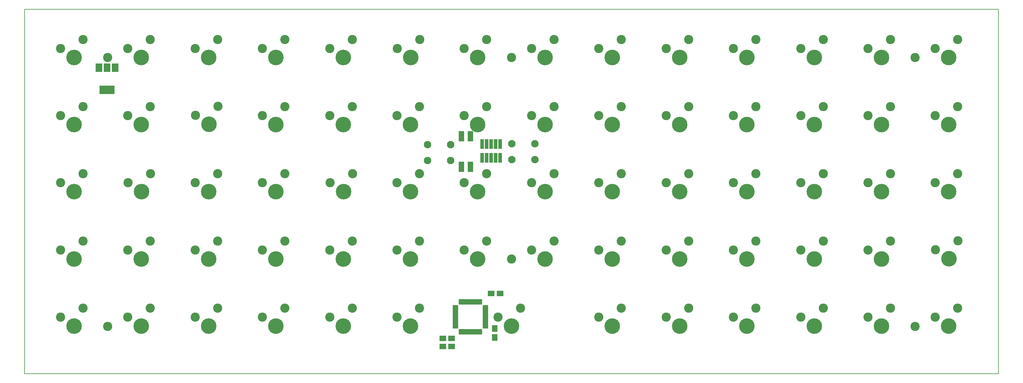
<source format=gbr>
G04 #@! TF.GenerationSoftware,KiCad,Pcbnew,5.0.0-rc2-unknown-f785d27~65~ubuntu16.04.1*
G04 #@! TF.CreationDate,2018-08-02T21:25:33-05:00*
G04 #@! TF.ProjectId,keebee,6B65656265652E6B696361645F706362,rev?*
G04 #@! TF.SameCoordinates,Original*
G04 #@! TF.FileFunction,Soldermask,Bot*
G04 #@! TF.FilePolarity,Negative*
%FSLAX46Y46*%
G04 Gerber Fmt 4.6, Leading zero omitted, Abs format (unit mm)*
G04 Created by KiCad (PCBNEW 5.0.0-rc2-unknown-f785d27~65~ubuntu16.04.1) date Thu Aug  2 21:25:33 2018*
%MOMM*%
%LPD*%
G01*
G04 APERTURE LIST*
%ADD10C,0.150000*%
%ADD11C,2.600000*%
%ADD12C,4.400000*%
%ADD13R,1.900000X2.400000*%
%ADD14R,4.200000X2.400000*%
%ADD15R,1.900000X1.650000*%
%ADD16R,1.650000X1.900000*%
%ADD17R,1.140000X2.800000*%
%ADD18C,2.100000*%
%ADD19R,1.530000X2.840000*%
%ADD20R,1.000000X1.600000*%
%ADD21R,1.600000X1.000000*%
G04 APERTURE END LIST*
D10*
X301500000Y-20500000D02*
X301500000Y-123500000D01*
X26500000Y-123500000D02*
X301500000Y-123500000D01*
X26500000Y-20500000D02*
X301500000Y-20500000D01*
X26500000Y-20500000D02*
X26500000Y-123500000D01*
D11*
G04 #@! TO.C,REF\002A\002A*
X49974500Y-34124900D03*
G04 #@! TD*
G04 #@! TO.C,SW64*
X271040000Y-86000000D03*
X264690000Y-88540000D03*
D12*
X268500000Y-91080000D03*
G04 #@! TD*
D11*
G04 #@! TO.C,SW1*
X43000000Y-29000000D03*
X36650000Y-31540000D03*
D12*
X40460000Y-34080000D03*
G04 #@! TD*
D13*
G04 #@! TO.C,U1*
X47484000Y-36982000D03*
X52084000Y-36982000D03*
X49784000Y-36982000D03*
D14*
X49784000Y-43282000D03*
G04 #@! TD*
D15*
G04 #@! TO.C,C1*
X160742000Y-100838000D03*
X158242000Y-100838000D03*
G04 #@! TD*
G04 #@! TO.C,C2*
X147066000Y-113538000D03*
X144566000Y-113538000D03*
G04 #@! TD*
D16*
G04 #@! TO.C,C3*
X159258000Y-110784000D03*
X159258000Y-113284000D03*
G04 #@! TD*
D15*
G04 #@! TO.C,C4*
X147066000Y-115824000D03*
X144566000Y-115824000D03*
G04 #@! TD*
D17*
G04 #@! TO.C,J2*
X160782000Y-62484000D03*
X160782000Y-58584000D03*
X159512000Y-62484000D03*
X159512000Y-58584000D03*
X158242000Y-62484000D03*
X158242000Y-58584000D03*
X156972000Y-62484000D03*
X156972000Y-58584000D03*
X155702000Y-62484000D03*
X155702000Y-58584000D03*
G04 #@! TD*
D12*
G04 #@! TO.C,SW2*
X40460000Y-53080000D03*
D11*
X36650000Y-50540000D03*
X43000000Y-48000000D03*
G04 #@! TD*
G04 #@! TO.C,SW3*
X43000000Y-67000000D03*
X36650000Y-69540000D03*
D12*
X40460000Y-72080000D03*
G04 #@! TD*
G04 #@! TO.C,SW4*
X40460000Y-91080000D03*
D11*
X36650000Y-88540000D03*
X43000000Y-86000000D03*
G04 #@! TD*
G04 #@! TO.C,SW5*
X43000000Y-105000000D03*
X36650000Y-107540000D03*
D12*
X40460000Y-110080000D03*
G04 #@! TD*
G04 #@! TO.C,SW6*
X59460000Y-34080000D03*
D11*
X55650000Y-31540000D03*
X62000000Y-29000000D03*
G04 #@! TD*
G04 #@! TO.C,SW7*
X62000000Y-48000000D03*
X55650000Y-50540000D03*
D12*
X59460000Y-53080000D03*
G04 #@! TD*
G04 #@! TO.C,SW8*
X59500000Y-72080000D03*
D11*
X55690000Y-69540000D03*
X62040000Y-67000000D03*
G04 #@! TD*
G04 #@! TO.C,SW9*
X62000000Y-86000000D03*
X55650000Y-88540000D03*
D12*
X59460000Y-91080000D03*
G04 #@! TD*
G04 #@! TO.C,SW10*
X59460000Y-110080000D03*
D11*
X55650000Y-107540000D03*
X62000000Y-105000000D03*
G04 #@! TD*
G04 #@! TO.C,SW11*
X81000000Y-29000000D03*
X74650000Y-31540000D03*
D12*
X78460000Y-34080000D03*
G04 #@! TD*
G04 #@! TO.C,SW12*
X78560000Y-53040000D03*
D11*
X74750000Y-50500000D03*
X81100000Y-47960000D03*
G04 #@! TD*
G04 #@! TO.C,SW13*
X81040000Y-67000000D03*
X74690000Y-69540000D03*
D12*
X78500000Y-72080000D03*
G04 #@! TD*
G04 #@! TO.C,SW14*
X78460000Y-91080000D03*
D11*
X74650000Y-88540000D03*
X81000000Y-86000000D03*
G04 #@! TD*
G04 #@! TO.C,SW15*
X81000000Y-105000000D03*
X74650000Y-107540000D03*
D12*
X78460000Y-110080000D03*
G04 #@! TD*
G04 #@! TO.C,SW16*
X97460000Y-34080000D03*
D11*
X93650000Y-31540000D03*
X100000000Y-29000000D03*
G04 #@! TD*
G04 #@! TO.C,SW17*
X100000000Y-48000000D03*
X93650000Y-50540000D03*
D12*
X97460000Y-53080000D03*
G04 #@! TD*
G04 #@! TO.C,SW18*
X97460000Y-72080000D03*
D11*
X93650000Y-69540000D03*
X100000000Y-67000000D03*
G04 #@! TD*
G04 #@! TO.C,SW19*
X100000000Y-86000000D03*
X93650000Y-88540000D03*
D12*
X97460000Y-91080000D03*
G04 #@! TD*
G04 #@! TO.C,SW20*
X97460000Y-110080000D03*
D11*
X93650000Y-107540000D03*
X100000000Y-105000000D03*
G04 #@! TD*
G04 #@! TO.C,SW21*
X119000000Y-29000000D03*
X112650000Y-31540000D03*
D12*
X116460000Y-34080000D03*
G04 #@! TD*
G04 #@! TO.C,SW22*
X116460000Y-53080000D03*
D11*
X112650000Y-50540000D03*
X119000000Y-48000000D03*
G04 #@! TD*
G04 #@! TO.C,SW23*
X119100000Y-66960000D03*
X112750000Y-69500000D03*
D12*
X116560000Y-72040000D03*
G04 #@! TD*
G04 #@! TO.C,SW24*
X116460000Y-91080000D03*
D11*
X112650000Y-88540000D03*
X119000000Y-86000000D03*
G04 #@! TD*
G04 #@! TO.C,SW25*
X119000000Y-105000000D03*
X112650000Y-107540000D03*
D12*
X116460000Y-110080000D03*
G04 #@! TD*
D11*
G04 #@! TO.C,SW26*
X138100000Y-29000000D03*
X131750000Y-31540000D03*
D12*
X135560000Y-34080000D03*
G04 #@! TD*
G04 #@! TO.C,SW27*
X135460000Y-53080000D03*
D11*
X131650000Y-50540000D03*
X138000000Y-48000000D03*
G04 #@! TD*
G04 #@! TO.C,SW28*
X138000000Y-67000000D03*
X131650000Y-69540000D03*
D12*
X135460000Y-72080000D03*
G04 #@! TD*
D11*
G04 #@! TO.C,SW29*
X138000000Y-86000000D03*
X131650000Y-88540000D03*
D12*
X135460000Y-91080000D03*
G04 #@! TD*
G04 #@! TO.C,SW30*
X135460000Y-110080000D03*
D11*
X131650000Y-107540000D03*
X138000000Y-105000000D03*
G04 #@! TD*
D12*
G04 #@! TO.C,SW31*
X154460000Y-34080000D03*
D11*
X150650000Y-31540000D03*
X157000000Y-29000000D03*
G04 #@! TD*
G04 #@! TO.C,SW32*
X157000000Y-48000000D03*
X150650000Y-50540000D03*
D12*
X154460000Y-53080000D03*
G04 #@! TD*
G04 #@! TO.C,SW33*
X154460000Y-72080000D03*
D11*
X150650000Y-69540000D03*
X157000000Y-67000000D03*
G04 #@! TD*
D12*
G04 #@! TO.C,SW34*
X154460000Y-91080000D03*
D11*
X150650000Y-88540000D03*
X157000000Y-86000000D03*
G04 #@! TD*
D12*
G04 #@! TO.C,SW35*
X163960000Y-110080000D03*
D11*
X160150000Y-107540000D03*
X166500000Y-105000000D03*
G04 #@! TD*
D12*
G04 #@! TO.C,SW36*
X173460000Y-34080000D03*
D11*
X169650000Y-31540000D03*
X176000000Y-29000000D03*
G04 #@! TD*
G04 #@! TO.C,SW37*
X176000000Y-48000000D03*
X169650000Y-50540000D03*
D12*
X173460000Y-53080000D03*
G04 #@! TD*
G04 #@! TO.C,SW38*
X173460000Y-72080000D03*
D11*
X169650000Y-69540000D03*
X176000000Y-67000000D03*
G04 #@! TD*
G04 #@! TO.C,SW39*
X176000000Y-86000000D03*
X169650000Y-88540000D03*
D12*
X173460000Y-91080000D03*
G04 #@! TD*
D18*
G04 #@! TO.C,SW_RST*
X146812000Y-58746000D03*
X140312000Y-58746000D03*
X146812000Y-63246000D03*
X140312000Y-63246000D03*
G04 #@! TD*
D12*
G04 #@! TO.C,SW41*
X192460000Y-34080000D03*
D11*
X188650000Y-31540000D03*
X195000000Y-29000000D03*
G04 #@! TD*
G04 #@! TO.C,SW42*
X195000000Y-48000000D03*
X188650000Y-50540000D03*
D12*
X192460000Y-53080000D03*
G04 #@! TD*
G04 #@! TO.C,SW43*
X192460000Y-72080000D03*
D11*
X188650000Y-69540000D03*
X195000000Y-67000000D03*
G04 #@! TD*
G04 #@! TO.C,SW44*
X195000000Y-86000000D03*
X188650000Y-88540000D03*
D12*
X192460000Y-91080000D03*
G04 #@! TD*
G04 #@! TO.C,SW45*
X192460000Y-110080000D03*
D11*
X188650000Y-107540000D03*
X195000000Y-105000000D03*
G04 #@! TD*
G04 #@! TO.C,SW46*
X214000000Y-29000000D03*
X207650000Y-31540000D03*
D12*
X211460000Y-34080000D03*
G04 #@! TD*
D11*
G04 #@! TO.C,SW47*
X214000000Y-48000000D03*
X207650000Y-50540000D03*
D12*
X211460000Y-53080000D03*
G04 #@! TD*
D11*
G04 #@! TO.C,SW48*
X214000000Y-67000000D03*
X207650000Y-69540000D03*
D12*
X211460000Y-72080000D03*
G04 #@! TD*
G04 #@! TO.C,SW49*
X211460000Y-91080000D03*
D11*
X207650000Y-88540000D03*
X214000000Y-86000000D03*
G04 #@! TD*
D12*
G04 #@! TO.C,SW50*
X211460000Y-110080000D03*
D11*
X207650000Y-107540000D03*
X214000000Y-105000000D03*
G04 #@! TD*
D12*
G04 #@! TO.C,SW51*
X230460000Y-34080000D03*
D11*
X226650000Y-31540000D03*
X233000000Y-29000000D03*
G04 #@! TD*
G04 #@! TO.C,SW52*
X233000000Y-48000000D03*
X226650000Y-50540000D03*
D12*
X230460000Y-53080000D03*
G04 #@! TD*
D11*
G04 #@! TO.C,SW53*
X233000000Y-67000000D03*
X226650000Y-69540000D03*
D12*
X230460000Y-72080000D03*
G04 #@! TD*
D11*
G04 #@! TO.C,SW54*
X233000000Y-86000000D03*
X226650000Y-88540000D03*
D12*
X230460000Y-91080000D03*
G04 #@! TD*
D11*
G04 #@! TO.C,SW55*
X233000000Y-105000000D03*
X226650000Y-107540000D03*
D12*
X230460000Y-110080000D03*
G04 #@! TD*
D11*
G04 #@! TO.C,SW56*
X252000000Y-29000000D03*
X245650000Y-31540000D03*
D12*
X249460000Y-34080000D03*
G04 #@! TD*
D11*
G04 #@! TO.C,SW57*
X252000000Y-48000000D03*
X245650000Y-50540000D03*
D12*
X249460000Y-53080000D03*
G04 #@! TD*
G04 #@! TO.C,SW58*
X249460000Y-72080000D03*
D11*
X245650000Y-69540000D03*
X252000000Y-67000000D03*
G04 #@! TD*
D12*
G04 #@! TO.C,SW59*
X249460000Y-91080000D03*
D11*
X245650000Y-88540000D03*
X252000000Y-86000000D03*
G04 #@! TD*
D12*
G04 #@! TO.C,SW60*
X249460000Y-110080000D03*
D11*
X245650000Y-107540000D03*
X252000000Y-105000000D03*
G04 #@! TD*
G04 #@! TO.C,SW61*
X271000000Y-29000000D03*
X264650000Y-31540000D03*
D12*
X268460000Y-34080000D03*
G04 #@! TD*
G04 #@! TO.C,SW62*
X268460000Y-53080000D03*
D11*
X264650000Y-50540000D03*
X271000000Y-48000000D03*
G04 #@! TD*
D12*
G04 #@! TO.C,SW63*
X268460000Y-72080000D03*
D11*
X264650000Y-69540000D03*
X271000000Y-67000000D03*
G04 #@! TD*
D12*
G04 #@! TO.C,SW65*
X268460000Y-110080000D03*
D11*
X264650000Y-107540000D03*
X271000000Y-105000000D03*
G04 #@! TD*
G04 #@! TO.C,SW66*
X290000000Y-29000000D03*
X283650000Y-31540000D03*
D12*
X287460000Y-34080000D03*
G04 #@! TD*
G04 #@! TO.C,SW67*
X287460000Y-53080000D03*
D11*
X283650000Y-50540000D03*
X290000000Y-48000000D03*
G04 #@! TD*
D12*
G04 #@! TO.C,SW68*
X287460000Y-72080000D03*
D11*
X283650000Y-69540000D03*
X290000000Y-67000000D03*
G04 #@! TD*
D12*
G04 #@! TO.C,SW69*
X287500000Y-91000000D03*
D11*
X283690000Y-88460000D03*
X290040000Y-85920000D03*
G04 #@! TD*
G04 #@! TO.C,SW70*
X290000000Y-105000000D03*
X283650000Y-107540000D03*
D12*
X287460000Y-110080000D03*
G04 #@! TD*
D18*
G04 #@! TO.C,SW_BOOT0*
X164084000Y-62992000D03*
X170584000Y-62992000D03*
X164084000Y-58492000D03*
X170584000Y-58492000D03*
G04 #@! TD*
D19*
G04 #@! TO.C,SW_LAYOUT1*
X149860000Y-56406000D03*
X152400000Y-56406000D03*
X152400000Y-65006000D03*
X149860000Y-65006000D03*
G04 #@! TD*
D20*
G04 #@! TO.C,U2*
X155200000Y-103192000D03*
X154400000Y-103192000D03*
X153600000Y-103192000D03*
X152800000Y-103192000D03*
X152000000Y-103192000D03*
X151200000Y-103192000D03*
X150400000Y-103192000D03*
X149600000Y-103192000D03*
D21*
X148150000Y-104642000D03*
X148150000Y-105442000D03*
X148150000Y-106242000D03*
X148150000Y-107042000D03*
X148150000Y-107842000D03*
X148150000Y-108642000D03*
X148150000Y-109442000D03*
X148150000Y-110242000D03*
D20*
X149600000Y-111692000D03*
X150400000Y-111692000D03*
X151200000Y-111692000D03*
X152000000Y-111692000D03*
X152800000Y-111692000D03*
X153600000Y-111692000D03*
X154400000Y-111692000D03*
X155200000Y-111692000D03*
D21*
X156650000Y-110242000D03*
X156650000Y-109442000D03*
X156650000Y-108642000D03*
X156650000Y-107842000D03*
X156650000Y-107042000D03*
X156650000Y-106242000D03*
X156650000Y-105442000D03*
X156650000Y-104642000D03*
G04 #@! TD*
D11*
G04 #@! TO.C,REF\002A\002A*
X49974500Y-110121700D03*
G04 #@! TD*
G04 #@! TO.C,REF\002A\002A*
X163982400Y-34137600D03*
G04 #@! TD*
G04 #@! TO.C,REF\002A\002A*
X163969700Y-91135200D03*
G04 #@! TD*
G04 #@! TO.C,REF\002A\002A*
X277977600Y-34124900D03*
G04 #@! TD*
G04 #@! TO.C,REF\002A\002A*
X277964900Y-110121700D03*
G04 #@! TD*
M02*

</source>
